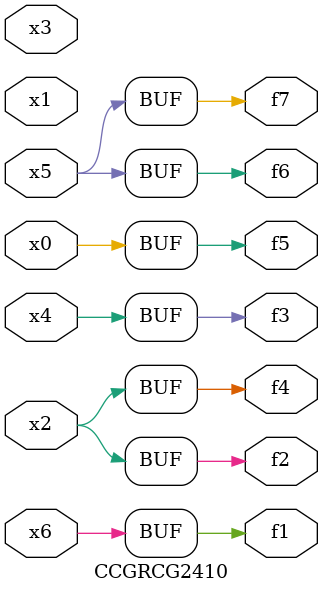
<source format=v>
module CCGRCG2410(
	input x0, x1, x2, x3, x4, x5, x6,
	output f1, f2, f3, f4, f5, f6, f7
);
	assign f1 = x6;
	assign f2 = x2;
	assign f3 = x4;
	assign f4 = x2;
	assign f5 = x0;
	assign f6 = x5;
	assign f7 = x5;
endmodule

</source>
